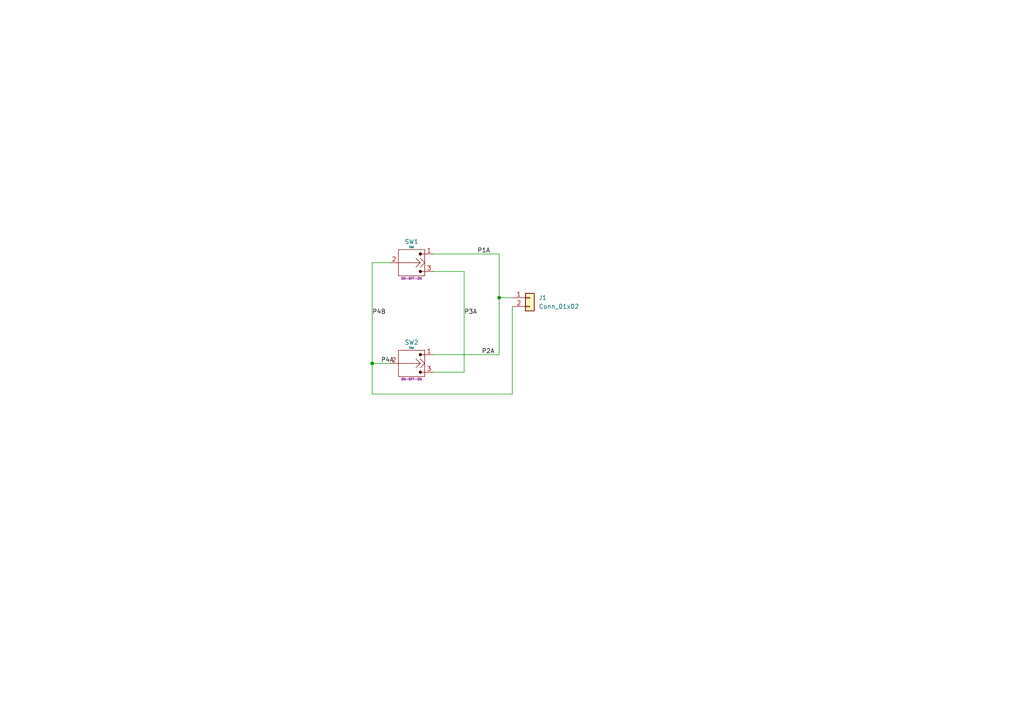
<source format=kicad_sch>
(kicad_sch
	(version 20250114)
	(generator "eeschema")
	(generator_version "9.0")
	(uuid "2d289384-be2b-4159-9d09-3046fd6591a7")
	(paper "A4")
	(lib_symbols
		(symbol "AeroElectricConnectionSymbols:S700-1-1"
			(pin_names
				(hide yes)
			)
			(exclude_from_sim no)
			(in_bom yes)
			(on_board yes)
			(property "Reference" "SW"
				(at 0 6.096 0)
				(do_not_autoplace)
				(effects
					(font
						(size 1.27 1.27)
					)
				)
			)
			(property "Value" "Val"
				(at 0 4.572 0)
				(do_not_autoplace)
				(effects
					(font
						(size 0.635 0.635)
					)
				)
			)
			(property "Footprint" ""
				(at 0 3.048 0)
				(effects
					(font
						(size 1.27 1.27)
					)
					(hide yes)
				)
			)
			(property "Datasheet" "S700-1-1"
				(at 0.254 -6.35 0)
				(effects
					(font
						(size 1.27 1.27)
					)
					(hide yes)
				)
			)
			(property "Description" "ON-OFF-ON"
				(at 0 -4.572 0)
				(do_not_autoplace)
				(effects
					(font
						(size 0.635 0.635)
					)
				)
			)
			(symbol "S700-1-1_0_1"
				(rectangle
					(start -3.81 3.81)
					(end 3.81 -3.81)
					(stroke
						(width 0)
						(type default)
					)
					(fill
						(type none)
					)
				)
				(polyline
					(pts
						(xy -3.81 0) (xy 2.54 0) (xy 1.27 1.27)
					)
					(stroke
						(width 0)
						(type default)
					)
					(fill
						(type none)
					)
				)
				(circle
					(center 2.54 2.54)
					(radius 0.381)
					(stroke
						(width 0)
						(type default)
					)
					(fill
						(type color)
						(color 0 0 0 1)
					)
				)
				(polyline
					(pts
						(xy 2.54 0) (xy 1.27 -1.27)
					)
					(stroke
						(width 0)
						(type default)
					)
					(fill
						(type none)
					)
				)
				(circle
					(center 2.54 -2.54)
					(radius 0.381)
					(stroke
						(width 0)
						(type default)
					)
					(fill
						(type color)
						(color 0 0 0 1)
					)
				)
				(polyline
					(pts
						(xy 3.81 2.54) (xy 2.54 2.54)
					)
					(stroke
						(width 0)
						(type default)
					)
					(fill
						(type none)
					)
				)
				(polyline
					(pts
						(xy 3.81 0) (xy 2.54 1.27)
					)
					(stroke
						(width 0)
						(type default)
					)
					(fill
						(type none)
					)
				)
				(polyline
					(pts
						(xy 3.81 0) (xy 2.54 -1.27)
					)
					(stroke
						(width 0)
						(type default)
					)
					(fill
						(type none)
					)
				)
				(polyline
					(pts
						(xy 3.81 -2.54) (xy 2.54 -2.54)
					)
					(stroke
						(width 0)
						(type default)
					)
					(fill
						(type none)
					)
				)
			)
			(symbol "S700-1-1_1_1"
				(pin passive line
					(at -6.35 0 0)
					(length 2.54)
					(name "IN"
						(effects
							(font
								(size 1.27 1.27)
							)
						)
					)
					(number "2"
						(effects
							(font
								(size 1.27 1.27)
							)
						)
					)
				)
				(pin passive line
					(at 6.35 2.54 180)
					(length 2.54)
					(name "ON"
						(effects
							(font
								(size 1.27 1.27)
							)
						)
					)
					(number "1"
						(effects
							(font
								(size 1.27 1.27)
							)
						)
					)
				)
				(pin passive line
					(at 6.35 -2.54 180)
					(length 2.54)
					(name "ON"
						(effects
							(font
								(size 1.27 1.27)
							)
						)
					)
					(number "3"
						(effects
							(font
								(size 1.27 1.27)
							)
						)
					)
				)
			)
			(embedded_fonts no)
		)
		(symbol "Connector_Generic:Conn_01x02"
			(pin_names
				(offset 1.016)
				(hide yes)
			)
			(exclude_from_sim no)
			(in_bom yes)
			(on_board yes)
			(property "Reference" "J"
				(at 0 2.54 0)
				(effects
					(font
						(size 1.27 1.27)
					)
				)
			)
			(property "Value" "Conn_01x02"
				(at 0 -5.08 0)
				(effects
					(font
						(size 1.27 1.27)
					)
				)
			)
			(property "Footprint" ""
				(at 0 0 0)
				(effects
					(font
						(size 1.27 1.27)
					)
					(hide yes)
				)
			)
			(property "Datasheet" "~"
				(at 0 0 0)
				(effects
					(font
						(size 1.27 1.27)
					)
					(hide yes)
				)
			)
			(property "Description" "Generic connector, single row, 01x02, script generated (kicad-library-utils/schlib/autogen/connector/)"
				(at 0 0 0)
				(effects
					(font
						(size 1.27 1.27)
					)
					(hide yes)
				)
			)
			(property "ki_keywords" "connector"
				(at 0 0 0)
				(effects
					(font
						(size 1.27 1.27)
					)
					(hide yes)
				)
			)
			(property "ki_fp_filters" "Connector*:*_1x??_*"
				(at 0 0 0)
				(effects
					(font
						(size 1.27 1.27)
					)
					(hide yes)
				)
			)
			(symbol "Conn_01x02_1_1"
				(rectangle
					(start -1.27 1.27)
					(end 1.27 -3.81)
					(stroke
						(width 0.254)
						(type default)
					)
					(fill
						(type background)
					)
				)
				(rectangle
					(start -1.27 0.127)
					(end 0 -0.127)
					(stroke
						(width 0.1524)
						(type default)
					)
					(fill
						(type none)
					)
				)
				(rectangle
					(start -1.27 -2.413)
					(end 0 -2.667)
					(stroke
						(width 0.1524)
						(type default)
					)
					(fill
						(type none)
					)
				)
				(pin passive line
					(at -5.08 0 0)
					(length 3.81)
					(name "Pin_1"
						(effects
							(font
								(size 1.27 1.27)
							)
						)
					)
					(number "1"
						(effects
							(font
								(size 1.27 1.27)
							)
						)
					)
				)
				(pin passive line
					(at -5.08 -2.54 0)
					(length 3.81)
					(name "Pin_2"
						(effects
							(font
								(size 1.27 1.27)
							)
						)
					)
					(number "2"
						(effects
							(font
								(size 1.27 1.27)
							)
						)
					)
				)
			)
			(embedded_fonts no)
		)
	)
	(junction
		(at 144.78 86.36)
		(diameter 0)
		(color 0 0 0 0)
		(uuid "01c5e486-ede8-4b12-be44-e41a287d34af")
	)
	(junction
		(at 107.95 105.41)
		(diameter 0)
		(color 0 0 0 0)
		(uuid "c1e057df-ac93-4223-a298-72bff3e8ce4b")
	)
	(wire
		(pts
			(xy 125.73 102.87) (xy 144.78 102.87)
		)
		(stroke
			(width 0)
			(type default)
		)
		(uuid "0b9cb42c-58a0-4dba-b2b4-b5bc04f52cdf")
	)
	(wire
		(pts
			(xy 148.59 114.3) (xy 107.95 114.3)
		)
		(stroke
			(width 0)
			(type default)
		)
		(uuid "229ed3ed-1681-4fd2-aaed-bb4a0ee7ea48")
	)
	(wire
		(pts
			(xy 134.62 78.74) (xy 134.62 107.95)
		)
		(stroke
			(width 0)
			(type default)
		)
		(uuid "2eaa0527-824a-4d32-ae06-82b1dd526850")
	)
	(wire
		(pts
			(xy 144.78 73.66) (xy 144.78 86.36)
		)
		(stroke
			(width 0)
			(type default)
		)
		(uuid "2ff629aa-4546-467f-9694-8fcb1c25ae4e")
	)
	(wire
		(pts
			(xy 144.78 86.36) (xy 148.59 86.36)
		)
		(stroke
			(width 0)
			(type default)
		)
		(uuid "360b8f5e-e66b-412a-9f2d-9488d3e9caa3")
	)
	(wire
		(pts
			(xy 148.59 88.9) (xy 148.59 114.3)
		)
		(stroke
			(width 0)
			(type default)
		)
		(uuid "3895b707-30c3-4562-8ead-2286ef8ce3cb")
	)
	(wire
		(pts
			(xy 125.73 78.74) (xy 134.62 78.74)
		)
		(stroke
			(width 0)
			(type default)
		)
		(uuid "604446d2-7cb0-48ed-870d-b0bf8d6256de")
	)
	(wire
		(pts
			(xy 144.78 73.66) (xy 125.73 73.66)
		)
		(stroke
			(width 0)
			(type default)
		)
		(uuid "6e0d0494-3f81-46e5-a758-516f98afe5b5")
	)
	(wire
		(pts
			(xy 107.95 105.41) (xy 107.95 76.2)
		)
		(stroke
			(width 0)
			(type default)
		)
		(uuid "743eacda-052c-4f0d-9cbe-8a70abec36da")
	)
	(wire
		(pts
			(xy 107.95 76.2) (xy 113.03 76.2)
		)
		(stroke
			(width 0)
			(type default)
		)
		(uuid "8b4211d4-c04f-43d6-9005-cd905651cba6")
	)
	(wire
		(pts
			(xy 107.95 105.41) (xy 113.03 105.41)
		)
		(stroke
			(width 0)
			(type default)
		)
		(uuid "9b7efb06-7c4b-46a1-a562-613f0a21b6bd")
	)
	(wire
		(pts
			(xy 125.73 107.95) (xy 134.62 107.95)
		)
		(stroke
			(width 0)
			(type default)
		)
		(uuid "b27f3928-0d6a-4fe0-a249-2a5f70865970")
	)
	(wire
		(pts
			(xy 107.95 114.3) (xy 107.95 105.41)
		)
		(stroke
			(width 0)
			(type default)
		)
		(uuid "d8940871-9544-4eee-886f-91e05fed219b")
	)
	(wire
		(pts
			(xy 144.78 86.36) (xy 144.78 102.87)
		)
		(stroke
			(width 0)
			(type default)
		)
		(uuid "d8f7056e-7ee2-4c1e-9582-643c0115982c")
	)
	(label "P1A"
		(at 138.43 73.66 0)
		(effects
			(font
				(size 1.27 1.27)
			)
			(justify left bottom)
		)
		(uuid "238924f2-ad03-42c7-9f0a-45bddc535749")
	)
	(label "P3A"
		(at 134.62 91.44 0)
		(effects
			(font
				(size 1.27 1.27)
			)
			(justify left bottom)
		)
		(uuid "32d07403-c9c5-4e4c-871c-e2181b99e6e7")
	)
	(label "P4B"
		(at 107.95 91.44 0)
		(effects
			(font
				(size 1.27 1.27)
			)
			(justify left bottom)
		)
		(uuid "5762f57b-d328-4225-83ba-a17019bf794c")
	)
	(label "P2A"
		(at 139.7 102.87 0)
		(effects
			(font
				(size 1.27 1.27)
			)
			(justify left bottom)
		)
		(uuid "955869fd-1b69-44b8-89aa-6adf3aa72aec")
	)
	(label "P4A"
		(at 110.49 105.41 0)
		(effects
			(font
				(size 1.27 1.27)
			)
			(justify left bottom)
		)
		(uuid "eb9b0f19-a0a0-4ac9-8cb0-da39705b0db0")
	)
	(symbol
		(lib_id "AeroElectricConnectionSymbols:S700-1-1")
		(at 119.38 105.41 0)
		(unit 1)
		(exclude_from_sim no)
		(in_bom yes)
		(on_board yes)
		(dnp no)
		(fields_autoplaced yes)
		(uuid "347136db-6e34-48af-99b8-9f888bf5e1b3")
		(property "Reference" "SW2"
			(at 119.38 99.314 0)
			(do_not_autoplace yes)
			(effects
				(font
					(size 1.27 1.27)
				)
			)
		)
		(property "Value" "Val"
			(at 119.38 100.838 0)
			(do_not_autoplace yes)
			(effects
				(font
					(size 0.635 0.635)
				)
			)
		)
		(property "Footprint" ""
			(at 119.38 102.362 0)
			(effects
				(font
					(size 1.27 1.27)
				)
				(hide yes)
			)
		)
		(property "Datasheet" "S700-1-1"
			(at 119.634 111.76 0)
			(effects
				(font
					(size 1.27 1.27)
				)
				(hide yes)
			)
		)
		(property "Description" "ON-OFF-ON"
			(at 119.38 109.982 0)
			(do_not_autoplace yes)
			(effects
				(font
					(size 0.635 0.635)
				)
			)
		)
		(property "LocLoad" "(5,6,0)R20"
			(at 119.38 105.41 0)
			(effects
				(font
					(size 1.27 1.27)
				)
				(hide yes)
			)
		)
		(pin "2"
			(uuid "ddab8026-cc8a-4994-aeb0-8ab4b4d4321d")
		)
		(pin "1"
			(uuid "39381654-b920-4a03-9b70-3bd687fbe8a8")
		)
		(pin "3"
			(uuid "4c7ac8b5-d86c-46c1-a90e-ef9f19c5e8e5")
		)
		(instances
			(project ""
				(path "/2d289384-be2b-4159-9d09-3046fd6591a7"
					(reference "SW2")
					(unit 1)
				)
			)
		)
	)
	(symbol
		(lib_id "AeroElectricConnectionSymbols:S700-1-1")
		(at 119.38 76.2 0)
		(unit 1)
		(exclude_from_sim no)
		(in_bom yes)
		(on_board yes)
		(dnp no)
		(fields_autoplaced yes)
		(uuid "387ef19b-8838-4c8c-847e-98c866158ce1")
		(property "Reference" "SW1"
			(at 119.38 70.104 0)
			(do_not_autoplace yes)
			(effects
				(font
					(size 1.27 1.27)
				)
			)
		)
		(property "Value" "Val"
			(at 119.38 71.628 0)
			(do_not_autoplace yes)
			(effects
				(font
					(size 0.635 0.635)
				)
			)
		)
		(property "Footprint" ""
			(at 119.38 73.152 0)
			(effects
				(font
					(size 1.27 1.27)
				)
				(hide yes)
			)
		)
		(property "Datasheet" "S700-1-1"
			(at 119.634 82.55 0)
			(effects
				(font
					(size 1.27 1.27)
				)
				(hide yes)
			)
		)
		(property "Description" "ON-OFF-ON"
			(at 119.38 80.772 0)
			(do_not_autoplace yes)
			(effects
				(font
					(size 0.635 0.635)
				)
			)
		)
		(property "LocLoad" "(5,5,0)R20"
			(at 119.38 76.2 0)
			(effects
				(font
					(size 1.27 1.27)
				)
				(hide yes)
			)
		)
		(pin "1"
			(uuid "11817b21-e95a-4ab6-bfad-6957370b3dff")
		)
		(pin "2"
			(uuid "d5b3f20d-219a-435f-a2cc-217f0ab444fe")
		)
		(pin "3"
			(uuid "f191c417-b7a6-41bc-9a95-64bf99fb3dcb")
		)
		(instances
			(project ""
				(path "/2d289384-be2b-4159-9d09-3046fd6591a7"
					(reference "SW1")
					(unit 1)
				)
			)
		)
	)
	(symbol
		(lib_id "Connector_Generic:Conn_01x02")
		(at 153.67 86.36 0)
		(unit 1)
		(exclude_from_sim no)
		(in_bom yes)
		(on_board yes)
		(dnp no)
		(fields_autoplaced yes)
		(uuid "9809175a-cfe4-42ea-b712-6f35c4d7fe99")
		(property "Reference" "J1"
			(at 156.21 86.3599 0)
			(effects
				(font
					(size 1.27 1.27)
				)
				(justify left)
			)
		)
		(property "Value" "Conn_01x02"
			(at 156.21 88.8999 0)
			(effects
				(font
					(size 1.27 1.27)
				)
				(justify left)
			)
		)
		(property "Footprint" ""
			(at 153.67 86.36 0)
			(effects
				(font
					(size 1.27 1.27)
				)
				(hide yes)
			)
		)
		(property "Datasheet" "~"
			(at 153.67 86.36 0)
			(effects
				(font
					(size 1.27 1.27)
				)
				(hide yes)
			)
		)
		(property "Description" "Generic connector, single row, 01x02, script generated (kicad-library-utils/schlib/autogen/connector/)"
			(at 153.67 86.36 0)
			(effects
				(font
					(size 1.27 1.27)
				)
				(hide yes)
			)
		)
		(property "LocLoad" "(5,5,0)S40"
			(at 153.67 86.36 0)
			(effects
				(font
					(size 1.27 1.27)
				)
				(hide yes)
			)
		)
		(pin "2"
			(uuid "0ff14bba-492e-4ffb-a680-623259d18650")
		)
		(pin "1"
			(uuid "bf94b926-9a10-4eaa-be67-3de336cd9f58")
		)
		(instances
			(project ""
				(path "/2d289384-be2b-4159-9d09-3046fd6591a7"
					(reference "J1")
					(unit 1)
				)
			)
		)
	)
	(sheet_instances
		(path "/"
			(page "1")
		)
	)
	(embedded_fonts no)
)

</source>
